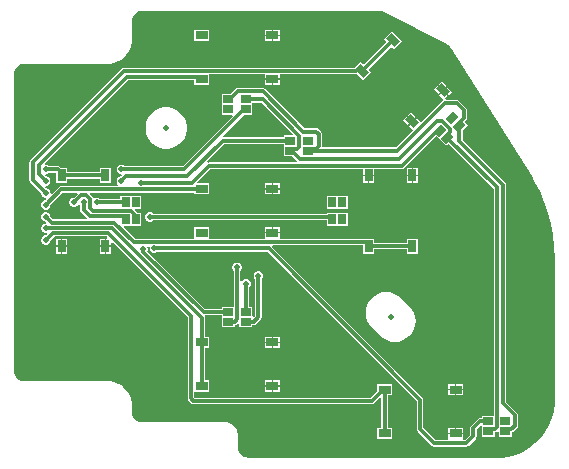
<source format=gtl>
G04*
G04 #@! TF.GenerationSoftware,Altium Limited,Altium Designer,24.4.1 (13)*
G04*
G04 Layer_Physical_Order=1*
G04 Layer_Color=255*
%FSLAX44Y44*%
%MOMM*%
G71*
G04*
G04 #@! TF.SameCoordinates,67352877-1681-4123-B6E6-81FFD263FBCE*
G04*
G04*
G04 #@! TF.FilePolarity,Positive*
G04*
G01*
G75*
%ADD12R,0.8500X0.6500*%
%ADD13R,1.0000X0.7000*%
%ADD14R,0.6500X0.8500*%
%ADD15R,0.7000X1.0000*%
G04:AMPARAMS|DCode=16|XSize=1mm|YSize=0.7mm|CornerRadius=0mm|HoleSize=0mm|Usage=FLASHONLY|Rotation=315.000|XOffset=0mm|YOffset=0mm|HoleType=Round|Shape=Rectangle|*
%AMROTATEDRECTD16*
4,1,4,-0.6010,0.1061,-0.1061,0.6010,0.6010,-0.1061,0.1061,-0.6010,-0.6010,0.1061,0.0*
%
%ADD16ROTATEDRECTD16*%

G04:AMPARAMS|DCode=17|XSize=0.65mm|YSize=0.85mm|CornerRadius=0mm|HoleSize=0mm|Usage=FLASHONLY|Rotation=315.000|XOffset=0mm|YOffset=0mm|HoleType=Round|Shape=Rectangle|*
%AMROTATEDRECTD17*
4,1,4,-0.5303,-0.0707,0.0707,0.5303,0.5303,0.0707,-0.0707,-0.5303,-0.5303,-0.0707,0.0*
%
%ADD17ROTATEDRECTD17*%

%ADD19C,0.3000*%
%ADD20C,0.5000*%
G36*
X-150000Y379235D02*
X-149398Y379235D01*
X-148204Y379078D01*
X-147041Y378769D01*
X-145928Y378310D01*
X-145406Y378011D01*
X-145359Y377995D01*
X-145320Y377965D01*
X-92409Y350900D01*
X-91932Y350625D01*
X-90976Y349892D01*
X-90122Y349041D01*
X-89387Y348086D01*
X-89085Y347565D01*
X-89058Y347535D01*
X-89043Y347497D01*
X-20642Y239581D01*
X-18220Y235386D01*
X-13899Y226623D01*
X-10159Y217596D01*
X-7019Y208344D01*
X-4490Y198906D01*
X-2584Y189323D01*
X-1308Y179635D01*
X-669Y169886D01*
X-669Y165200D01*
X-726Y164911D01*
X-726Y164711D01*
X-765Y164514D01*
X-765Y50000D01*
Y46773D01*
X-1608Y40375D01*
X-3278Y34141D01*
X-5747Y28179D01*
X-8973Y22590D01*
X-12902Y17470D01*
X-17464Y12907D01*
X-22584Y8978D01*
X-28172Y5750D01*
X-34134Y3280D01*
X-40367Y1609D01*
X-46766Y766D01*
X-50000Y765D01*
X-260000Y765D01*
X-260910D01*
X-262694Y1120D01*
X-264374Y1816D01*
X-265887Y2827D01*
X-267173Y4113D01*
X-268184Y5626D01*
X-268880Y7306D01*
X-269235Y9090D01*
X-269235Y20000D01*
X-269245Y20050D01*
X-269237Y20100D01*
X-269279Y20955D01*
X-269316Y21101D01*
X-269316Y21252D01*
X-269649Y22929D01*
X-269726Y23115D01*
X-269765Y23312D01*
X-270419Y24891D01*
X-270530Y25058D01*
X-270607Y25244D01*
X-271557Y26666D01*
X-271699Y26808D01*
X-271810Y26974D01*
X-273018Y28184D01*
X-273185Y28296D01*
X-273327Y28438D01*
X-274748Y29388D01*
X-274934Y29465D01*
X-275100Y29577D01*
X-276679Y30232D01*
X-276876Y30271D01*
X-277062Y30348D01*
X-278738Y30683D01*
X-278890Y30683D01*
X-279037Y30720D01*
X-279899Y30763D01*
X-279950Y30755D01*
X-280000Y30765D01*
X-350910D01*
X-352694Y31120D01*
X-354374Y31816D01*
X-355887Y32827D01*
X-357173Y34113D01*
X-358184Y35626D01*
X-358880Y37306D01*
X-359235Y39090D01*
Y45000D01*
X-359245Y45050D01*
X-359237Y45100D01*
X-359327Y46935D01*
X-359364Y47082D01*
Y47233D01*
X-360080Y50832D01*
X-360157Y51018D01*
X-360196Y51215D01*
X-361600Y54605D01*
X-361711Y54772D01*
X-361788Y54958D01*
X-363827Y58010D01*
X-363969Y58152D01*
X-364080Y58319D01*
X-366675Y60914D01*
X-366842Y61026D01*
X-366984Y61168D01*
X-370035Y63208D01*
X-370220Y63285D01*
X-370387Y63396D01*
X-373777Y64802D01*
X-373974Y64841D01*
X-374160Y64918D01*
X-377759Y65635D01*
X-377910Y65635D01*
X-378057Y65672D01*
X-379899Y65763D01*
X-379950Y65755D01*
X-380000Y65765D01*
X-450910D01*
X-452694Y66120D01*
X-454374Y66816D01*
X-455887Y67827D01*
X-457173Y69113D01*
X-458184Y70626D01*
X-458880Y72306D01*
X-459235Y74090D01*
Y75000D01*
Y325000D01*
Y325910D01*
X-458880Y327694D01*
X-458184Y329374D01*
X-457173Y330887D01*
X-455887Y332173D01*
X-454374Y333184D01*
X-452694Y333880D01*
X-450910Y334235D01*
X-450000D01*
X-380000Y334235D01*
X-379950Y334245D01*
X-379900Y334237D01*
X-378064Y334327D01*
X-377918Y334364D01*
X-377767D01*
X-374166Y335080D01*
X-373981Y335157D01*
X-373784Y335196D01*
X-370392Y336601D01*
X-370225Y336713D01*
X-370040Y336790D01*
X-366987Y338829D01*
X-366845Y338971D01*
X-366678Y339083D01*
X-364083Y341678D01*
X-363971Y341845D01*
X-363829Y341987D01*
X-361790Y345040D01*
X-361713Y345225D01*
X-361601Y345392D01*
X-360196Y348784D01*
X-360157Y348981D01*
X-360080Y349166D01*
X-359364Y352767D01*
Y352918D01*
X-359327Y353064D01*
X-359237Y354900D01*
X-359245Y354950D01*
X-359235Y355000D01*
Y370910D01*
X-358880Y372694D01*
X-358184Y374374D01*
X-357173Y375887D01*
X-355887Y377173D01*
X-354374Y378184D01*
X-352694Y378880D01*
X-350910Y379235D01*
X-350000D01*
X-150000Y379235D01*
D02*
G37*
%LPC*%
G36*
X-233730Y363270D02*
X-239365D01*
Y359135D01*
X-233730D01*
Y363270D01*
D02*
G37*
G36*
X-240635D02*
X-246270D01*
Y359135D01*
X-240635D01*
Y363270D01*
D02*
G37*
G36*
X-233730Y357865D02*
X-239365D01*
Y353730D01*
X-233730D01*
Y357865D01*
D02*
G37*
G36*
X-240635D02*
X-246270D01*
Y353730D01*
X-240635D01*
Y357865D01*
D02*
G37*
G36*
X-293730Y363270D02*
X-306270D01*
Y353730D01*
X-293730D01*
Y363270D01*
D02*
G37*
G36*
X-139192Y362101D02*
X-145938Y355355D01*
X-143502Y352919D01*
X-162919Y333502D01*
X-165355Y335938D01*
X-169949Y331344D01*
X-170181Y331189D01*
X-170181Y331189D01*
X-170414Y330956D01*
X-365868D01*
X-365868Y330956D01*
X-366949Y330741D01*
X-367865Y330129D01*
X-444997Y252997D01*
X-445609Y252081D01*
X-445824Y251000D01*
X-445824Y251000D01*
Y236000D01*
X-445824Y236000D01*
X-445609Y234919D01*
X-444997Y234003D01*
X-436000Y225006D01*
Y224204D01*
X-435391Y222734D01*
X-434266Y221609D01*
X-432796Y221000D01*
X-432030D01*
X-431524Y219841D01*
X-432193Y219000D01*
X-432796D01*
X-434266Y218391D01*
X-435391Y217266D01*
X-436000Y215796D01*
Y214204D01*
X-435391Y212734D01*
X-434266Y211609D01*
X-432796Y211000D01*
X-431204D01*
X-429734Y211609D01*
X-428609Y212734D01*
X-428000Y214204D01*
Y215006D01*
X-417830Y225176D01*
X-405594D01*
X-405067Y223906D01*
X-407973Y221000D01*
X-408796D01*
X-410266Y220391D01*
X-411391Y219266D01*
X-412000Y217796D01*
Y216204D01*
X-411391Y214734D01*
X-410266Y213609D01*
X-408796Y213000D01*
X-407204D01*
X-405734Y213609D01*
X-404720Y214623D01*
X-404000Y214683D01*
X-403280Y214623D01*
X-402824Y214167D01*
Y211000D01*
X-402824Y211000D01*
X-402609Y209919D01*
X-401997Y209003D01*
X-397088Y204094D01*
X-397615Y202824D01*
X-425830D01*
X-428000Y204994D01*
Y205796D01*
X-428609Y207266D01*
X-429734Y208391D01*
X-431204Y209000D01*
X-432796D01*
X-434266Y208391D01*
X-435391Y207266D01*
X-436000Y205796D01*
Y204204D01*
X-435391Y202734D01*
X-434266Y201609D01*
X-432796Y201000D01*
X-432193D01*
X-431524Y200159D01*
X-432030Y199000D01*
X-432796D01*
X-434266Y198391D01*
X-435391Y197266D01*
X-436000Y195796D01*
Y194204D01*
X-435391Y192734D01*
X-434266Y191609D01*
X-432796Y191000D01*
X-431249D01*
X-431131Y190873D01*
X-430561Y189892D01*
X-431453Y189000D01*
X-432796D01*
X-434266Y188391D01*
X-435391Y187266D01*
X-436000Y185796D01*
Y184204D01*
X-435391Y182734D01*
X-434266Y181609D01*
X-432796Y181000D01*
X-431204D01*
X-429734Y181609D01*
X-428609Y182734D01*
X-428000Y184204D01*
Y184465D01*
X-424289Y188176D01*
X-380364D01*
X-379825Y187499D01*
X-380369Y186270D01*
X-380865D01*
Y180635D01*
X-376730D01*
Y183076D01*
X-375557Y183563D01*
X-311824Y119830D01*
Y51000D01*
X-311824Y51000D01*
X-311609Y49919D01*
X-310997Y49003D01*
X-308997Y47003D01*
X-308997Y47003D01*
X-308081Y46391D01*
X-307000Y46176D01*
X-156000D01*
X-156000Y46176D01*
X-154919Y46391D01*
X-154003Y47003D01*
X-148998Y52008D01*
X-147824Y51522D01*
Y26270D01*
X-151270D01*
Y16730D01*
X-138730D01*
Y26270D01*
X-142176D01*
Y53730D01*
X-138730D01*
Y63270D01*
X-151270D01*
Y57724D01*
X-157170Y51824D01*
X-305830D01*
X-306176Y52170D01*
Y56730D01*
X-293730D01*
Y66270D01*
X-297176D01*
Y93730D01*
X-293730D01*
Y103270D01*
X-297176D01*
Y119000D01*
X-297176Y119000D01*
X-297391Y120081D01*
X-297441Y120156D01*
X-296762Y121426D01*
X-282770D01*
Y111230D01*
X-271730D01*
Y113229D01*
X-270919Y113391D01*
X-270003Y114003D01*
X-269443Y114563D01*
X-268270Y114076D01*
Y111230D01*
X-257230D01*
Y113176D01*
X-256000D01*
X-256000Y113176D01*
X-254919Y113391D01*
X-254003Y114003D01*
X-250003Y118003D01*
X-250003Y118003D01*
X-249391Y118919D01*
X-249176Y120000D01*
Y152167D01*
X-248609Y152734D01*
X-248000Y154204D01*
Y155796D01*
X-248609Y157266D01*
X-249734Y158391D01*
X-251204Y159000D01*
X-252796D01*
X-254266Y158391D01*
X-255391Y157266D01*
X-256000Y155796D01*
Y154204D01*
X-255391Y152734D01*
X-254824Y152167D01*
Y121170D01*
X-255960Y120034D01*
X-257230Y120560D01*
Y128770D01*
X-259676D01*
Y145168D01*
X-259109Y145734D01*
X-258500Y147204D01*
Y148796D01*
X-259109Y150266D01*
X-260234Y151391D01*
X-261704Y152000D01*
X-263296D01*
X-264766Y151391D01*
X-265891Y150266D01*
X-265906Y150230D01*
X-267176Y150483D01*
Y159167D01*
X-266609Y159734D01*
X-266000Y161204D01*
Y162796D01*
X-266609Y164266D01*
X-267734Y165391D01*
X-269204Y166000D01*
X-270796D01*
X-272266Y165391D01*
X-273391Y164266D01*
X-274000Y162796D01*
Y161204D01*
X-273391Y159734D01*
X-272824Y159167D01*
Y128770D01*
X-282770D01*
Y127074D01*
X-297080D01*
X-345937Y175932D01*
X-345617Y176704D01*
Y178296D01*
X-345926Y179040D01*
X-345238Y180226D01*
X-344557Y180256D01*
X-343833Y179200D01*
X-344000Y178796D01*
Y177204D01*
X-343391Y175734D01*
X-342266Y174609D01*
X-340796Y174000D01*
X-339204D01*
X-337734Y174609D01*
X-337167Y175176D01*
X-244170D01*
X-117824Y48830D01*
Y25000D01*
X-117824Y25000D01*
X-117609Y23919D01*
X-116997Y23003D01*
X-104997Y11003D01*
X-104997Y11003D01*
X-104081Y10391D01*
X-103000Y10176D01*
X-76000D01*
X-76000Y10176D01*
X-74919Y10391D01*
X-74003Y11003D01*
X-68003Y17003D01*
X-68003Y17003D01*
X-67391Y17919D01*
X-67176Y19000D01*
X-67176Y19000D01*
Y24830D01*
X-64040Y27966D01*
X-62770Y27440D01*
Y18730D01*
X-51730D01*
Y22229D01*
X-50919Y22391D01*
X-50003Y23003D01*
X-49443Y23563D01*
X-48270Y23077D01*
Y18730D01*
X-37230D01*
Y22345D01*
X-37002Y22391D01*
X-36086Y23003D01*
X-33003Y26086D01*
X-33003Y26086D01*
X-32391Y27002D01*
X-32176Y28083D01*
Y37000D01*
X-32391Y38081D01*
X-33003Y38997D01*
X-33003Y38997D01*
X-42176Y48170D01*
Y232000D01*
X-42176Y232000D01*
X-42391Y233081D01*
X-43003Y233997D01*
X-79044Y270038D01*
Y278553D01*
X-74769Y282828D01*
X-77205Y285265D01*
X-76003Y286467D01*
X-76003Y286467D01*
X-75391Y287384D01*
X-75176Y288465D01*
X-75176Y288465D01*
Y295000D01*
X-75176Y295000D01*
X-75391Y296081D01*
X-76003Y296997D01*
X-82003Y302997D01*
X-82919Y303609D01*
X-84000Y303824D01*
X-84000Y303824D01*
X-93086D01*
X-93612Y305094D01*
X-91721Y306986D01*
X-95705Y310970D01*
X-98629Y308046D01*
X-95394Y304811D01*
X-95355Y304662D01*
X-95625Y303246D01*
X-95997Y302997D01*
X-114206Y284788D01*
X-118047Y288629D01*
X-121419Y285256D01*
X-124792Y281884D01*
X-120951Y278043D01*
X-135420Y263574D01*
X-197210D01*
X-198207Y264844D01*
X-198176Y265000D01*
X-198176Y265000D01*
Y275000D01*
X-198391Y276081D01*
X-199003Y276997D01*
X-199003Y276997D01*
X-201003Y278997D01*
X-201919Y279609D01*
X-203000Y279824D01*
X-203000Y279824D01*
X-212830D01*
X-246003Y312997D01*
X-246919Y313609D01*
X-248000Y313824D01*
X-248000Y313824D01*
X-269500D01*
X-269500Y313824D01*
X-270581Y313609D01*
X-271497Y312997D01*
X-275724Y308770D01*
X-282770D01*
Y299730D01*
Y291230D01*
X-273923D01*
X-273438Y290057D01*
X-315670Y247824D01*
X-365167D01*
X-365734Y248391D01*
X-367204Y249000D01*
X-368796D01*
X-370266Y248391D01*
X-371391Y247266D01*
X-372000Y245796D01*
Y244204D01*
X-371391Y242734D01*
X-370266Y241609D01*
X-368796Y241000D01*
X-368030D01*
X-367524Y239840D01*
X-368194Y239000D01*
X-368796D01*
X-370266Y238391D01*
X-371391Y237266D01*
X-372000Y235796D01*
Y234204D01*
X-371391Y232734D01*
X-370751Y232094D01*
X-371277Y230824D01*
X-419000D01*
X-420081Y230609D01*
X-420997Y229997D01*
X-420997Y229997D01*
X-426730Y224264D01*
X-428000Y224790D01*
Y225796D01*
X-428609Y227266D01*
X-429734Y228391D01*
X-431204Y229000D01*
X-431806D01*
X-432477Y229841D01*
X-431970Y231000D01*
X-431204D01*
X-429734Y231609D01*
X-428609Y232734D01*
X-428000Y234204D01*
Y235796D01*
X-428609Y237266D01*
X-429734Y238391D01*
X-431204Y239000D01*
X-431806D01*
X-432476Y239840D01*
X-431970Y241000D01*
X-431204D01*
X-429734Y241609D01*
X-429167Y242176D01*
X-423270D01*
Y233730D01*
X-413730D01*
Y237176D01*
X-386270D01*
Y233730D01*
X-376730D01*
Y246270D01*
X-386270D01*
Y242824D01*
X-413730D01*
Y246270D01*
X-419276D01*
X-420003Y246997D01*
X-420919Y247609D01*
X-422000Y247824D01*
X-422000Y247824D01*
X-429167D01*
X-429734Y248391D01*
X-431204Y249000D01*
X-432210D01*
X-432736Y250270D01*
X-362330Y320676D01*
X-306270D01*
Y316730D01*
X-293730D01*
Y325308D01*
X-246270D01*
Y322135D01*
X-233730D01*
Y325308D01*
X-169245D01*
X-169244Y325307D01*
X-168387Y325478D01*
X-163234Y320325D01*
X-156488Y327071D01*
X-158925Y329507D01*
X-139508Y348925D01*
X-137071Y346488D01*
X-130325Y353234D01*
X-139192Y362101D01*
D02*
G37*
G36*
X-233730Y320865D02*
X-239365D01*
Y316730D01*
X-233730D01*
Y320865D01*
D02*
G37*
G36*
X-240635D02*
X-246270D01*
Y316730D01*
X-240635D01*
Y320865D01*
D02*
G37*
G36*
X-96766Y319675D02*
X-99690Y316751D01*
X-95705Y312766D01*
X-92781Y315690D01*
X-96766Y319675D01*
D02*
G37*
G36*
X-100588Y315853D02*
X-103512Y312929D01*
X-99527Y308944D01*
X-96603Y311868D01*
X-100588Y315853D01*
D02*
G37*
G36*
X-91883Y314792D02*
X-94807Y311868D01*
X-90823Y307884D01*
X-87899Y310808D01*
X-91883Y314792D01*
D02*
G37*
G36*
X-122929Y293512D02*
X-125853Y290588D01*
X-121868Y286603D01*
X-118945Y289527D01*
X-122929Y293512D01*
D02*
G37*
G36*
X-126751Y289690D02*
X-129675Y286766D01*
X-125690Y282782D01*
X-122767Y285705D01*
X-126751Y289690D01*
D02*
G37*
G36*
X-328276Y297500D02*
X-331724D01*
X-335105Y296828D01*
X-338289Y295508D01*
X-341156Y293593D01*
X-343593Y291156D01*
X-345508Y288289D01*
X-346828Y285105D01*
X-347500Y281724D01*
Y278276D01*
X-346828Y274895D01*
X-345508Y271711D01*
X-343593Y268844D01*
X-341156Y266407D01*
X-338289Y264492D01*
X-335105Y263172D01*
X-331724Y262500D01*
X-328276D01*
X-324895Y263172D01*
X-321711Y264492D01*
X-318844Y266407D01*
X-316407Y268844D01*
X-314492Y271711D01*
X-313172Y274895D01*
X-312500Y278276D01*
Y281724D01*
X-313172Y285105D01*
X-314492Y288289D01*
X-316407Y291156D01*
X-318844Y293593D01*
X-321711Y295508D01*
X-324895Y296828D01*
X-328276Y297500D01*
D02*
G37*
G36*
X-413730Y186270D02*
X-417865D01*
Y180635D01*
X-413730D01*
Y186270D01*
D02*
G37*
G36*
X-419135D02*
X-423270D01*
Y180635D01*
X-419135D01*
Y186270D01*
D02*
G37*
G36*
X-382135D02*
X-386270D01*
Y180635D01*
X-382135D01*
Y186270D01*
D02*
G37*
G36*
X-376730Y179365D02*
X-380865D01*
Y173730D01*
X-376730D01*
Y179365D01*
D02*
G37*
G36*
X-382135D02*
X-386270D01*
Y173730D01*
X-382135D01*
Y179365D01*
D02*
G37*
G36*
X-413730Y179365D02*
X-417865D01*
Y173730D01*
X-413730D01*
Y179365D01*
D02*
G37*
G36*
X-419135D02*
X-423270D01*
Y173730D01*
X-419135D01*
Y179365D01*
D02*
G37*
G36*
X-233730Y103270D02*
X-239365D01*
Y99135D01*
X-233730D01*
Y103270D01*
D02*
G37*
G36*
X-240635D02*
X-246270D01*
Y99135D01*
X-240635D01*
Y103270D01*
D02*
G37*
G36*
X-233730Y97865D02*
X-239365D01*
Y93730D01*
X-233730D01*
Y97865D01*
D02*
G37*
G36*
X-240635D02*
X-246270D01*
Y93730D01*
X-240635D01*
Y97865D01*
D02*
G37*
G36*
X-233730Y66270D02*
X-239365D01*
Y62135D01*
X-233730D01*
Y66270D01*
D02*
G37*
G36*
X-240635D02*
X-246270D01*
Y62135D01*
X-240635D01*
Y66270D01*
D02*
G37*
G36*
X-233730Y60865D02*
X-239365D01*
Y56730D01*
X-233730D01*
Y60865D01*
D02*
G37*
G36*
X-240635D02*
X-246270D01*
Y56730D01*
X-240635D01*
Y60865D01*
D02*
G37*
%LPD*%
G36*
X-223020Y274943D02*
X-223506Y273770D01*
X-230270D01*
Y272074D01*
X-281635D01*
X-281857Y272339D01*
X-282233Y273273D01*
X-264276Y291230D01*
X-257230D01*
Y301426D01*
X-249503D01*
X-223020Y274943D01*
D02*
G37*
G36*
X-230270Y256230D02*
X-223224D01*
X-219088Y252094D01*
X-219089Y252055D01*
X-219478Y250824D01*
X-294000D01*
X-294481Y250729D01*
X-295107Y251899D01*
X-280580Y266426D01*
X-230270D01*
Y256230D01*
D02*
G37*
G36*
X-99221Y271161D02*
X-99221Y271161D01*
X-92828Y264769D01*
X-90922Y266675D01*
X-52824Y228577D01*
Y36270D01*
X-62770D01*
Y34574D01*
X-64250D01*
X-65331Y34359D01*
X-66247Y33747D01*
X-66247Y33747D01*
X-71997Y27997D01*
X-72609Y27081D01*
X-72824Y26000D01*
X-72824Y26000D01*
Y20170D01*
X-76754Y16241D01*
X-78264Y16250D01*
X-78730Y16730D01*
X-78730Y17094D01*
Y20865D01*
X-91270D01*
Y17094D01*
X-91270Y16730D01*
X-92149Y15824D01*
X-101830D01*
X-112176Y26170D01*
Y50000D01*
X-112391Y51081D01*
X-113003Y51997D01*
X-113003Y51997D01*
X-240412Y179406D01*
X-239886Y180676D01*
X-163270D01*
Y173730D01*
X-153730D01*
Y177176D01*
X-126270D01*
Y173730D01*
X-116730D01*
Y186270D01*
X-126270D01*
Y182824D01*
X-153730D01*
Y186270D01*
X-160227D01*
X-160500Y186324D01*
X-160500Y186324D01*
X-232628D01*
X-233730Y186730D01*
X-233730Y187594D01*
Y190865D01*
X-246270D01*
X-246270Y186730D01*
X-247372Y186324D01*
X-292628D01*
X-293730Y186730D01*
X-293730Y187594D01*
Y196270D01*
X-306270D01*
X-306270Y186730D01*
X-307372Y186324D01*
X-356330D01*
X-366063Y196057D01*
X-365577Y197230D01*
X-351230D01*
Y208270D01*
X-354845D01*
X-354891Y208498D01*
X-355503Y209415D01*
X-355503Y209415D01*
X-356645Y210557D01*
X-356159Y211730D01*
X-351230D01*
Y222770D01*
X-368770D01*
Y219949D01*
X-386292D01*
X-386734Y220391D01*
X-388204Y221000D01*
X-389796D01*
X-390612Y220662D01*
X-391543Y220603D01*
X-392284Y221169D01*
X-392503Y221497D01*
X-392503Y221497D01*
X-394912Y223906D01*
X-394385Y225176D01*
X-306270D01*
Y223730D01*
X-293730D01*
Y233270D01*
X-303076D01*
X-303563Y234443D01*
X-292830Y245176D01*
X-163270D01*
Y240635D01*
X-158499D01*
X-153730D01*
Y245176D01*
X-130485D01*
X-130485Y245176D01*
X-129404Y245391D01*
X-128488Y246003D01*
X-101275Y273216D01*
X-99221Y271161D01*
D02*
G37*
%LPC*%
G36*
X-116730Y246270D02*
X-120865D01*
Y240635D01*
X-116730D01*
Y246270D01*
D02*
G37*
G36*
X-122135D02*
X-126270D01*
Y240635D01*
X-122135D01*
Y246270D01*
D02*
G37*
G36*
X-116730Y239365D02*
X-120865D01*
Y233730D01*
X-116730D01*
Y239365D01*
D02*
G37*
G36*
X-122135D02*
X-126270D01*
Y233730D01*
X-122135D01*
Y239365D01*
D02*
G37*
G36*
X-153730Y239365D02*
X-157864D01*
Y233730D01*
X-153730D01*
Y239365D01*
D02*
G37*
G36*
X-159134D02*
X-163270D01*
Y233730D01*
X-159134D01*
Y239365D01*
D02*
G37*
G36*
X-233730Y233270D02*
X-239365D01*
Y229135D01*
X-233730D01*
Y233270D01*
D02*
G37*
G36*
X-240635D02*
X-246270D01*
Y229135D01*
X-240635D01*
Y233270D01*
D02*
G37*
G36*
X-233730Y227865D02*
X-239365D01*
Y223730D01*
X-233730D01*
Y227865D01*
D02*
G37*
G36*
X-240635D02*
X-246270D01*
Y223730D01*
X-240635D01*
Y227865D01*
D02*
G37*
G36*
X-176230Y222770D02*
X-193770D01*
Y211730D01*
X-176230D01*
Y222770D01*
D02*
G37*
G36*
X-342822Y208617D02*
X-344413D01*
X-345883Y208008D01*
X-347008Y206883D01*
X-347617Y205413D01*
Y203822D01*
X-347008Y202351D01*
X-345883Y201226D01*
X-344413Y200617D01*
X-342822D01*
X-341352Y201226D01*
X-340785Y201793D01*
X-193770D01*
Y197230D01*
X-176230D01*
Y208270D01*
X-193770D01*
Y207442D01*
X-340785D01*
X-341352Y208008D01*
X-342822Y208617D01*
D02*
G37*
G36*
X-233730Y196270D02*
X-239365D01*
Y192135D01*
X-233730D01*
Y196270D01*
D02*
G37*
G36*
X-240635D02*
X-246270D01*
Y192135D01*
X-240635D01*
Y196270D01*
D02*
G37*
G36*
X-143535Y141120D02*
X-146966Y140782D01*
X-150265Y139782D01*
X-153305Y138157D01*
X-155970Y135970D01*
X-158157Y133305D01*
X-159782Y130265D01*
X-160782Y126966D01*
X-161120Y123535D01*
X-160782Y120105D01*
X-159782Y116806D01*
X-158157Y113766D01*
X-155970Y111101D01*
X-148899Y104030D01*
X-146234Y101843D01*
X-143194Y100218D01*
X-139895Y99218D01*
X-136465Y98880D01*
X-133034Y99218D01*
X-129735Y100218D01*
X-126695Y101843D01*
X-124030Y104030D01*
X-121843Y106695D01*
X-120218Y109735D01*
X-119218Y113034D01*
X-118880Y116465D01*
X-119218Y119895D01*
X-120218Y123194D01*
X-121843Y126234D01*
X-124030Y128899D01*
X-131101Y135970D01*
X-133766Y138157D01*
X-136806Y139782D01*
X-140105Y140782D01*
X-143535Y141120D01*
D02*
G37*
G36*
X-78730Y63270D02*
X-84365D01*
Y59135D01*
X-78730D01*
Y63270D01*
D02*
G37*
G36*
X-85635D02*
X-91270D01*
Y59135D01*
X-85635D01*
Y63270D01*
D02*
G37*
G36*
X-78730Y57865D02*
X-84365D01*
Y53730D01*
X-78730D01*
Y57865D01*
D02*
G37*
G36*
X-85635D02*
X-91270D01*
Y53730D01*
X-85635D01*
Y57865D01*
D02*
G37*
G36*
X-78730Y26270D02*
X-84365D01*
Y22135D01*
X-78730D01*
Y26270D01*
D02*
G37*
G36*
X-85635D02*
X-91270D01*
Y22135D01*
X-85635D01*
Y26270D01*
D02*
G37*
%LPD*%
D12*
X-277250Y115750D02*
D03*
Y124250D02*
D03*
X-262750Y115750D02*
D03*
Y124250D02*
D03*
X-57250Y23250D02*
D03*
Y31750D02*
D03*
X-42750Y23250D02*
D03*
Y31750D02*
D03*
X-210250Y269250D02*
D03*
Y260750D02*
D03*
X-224750Y269250D02*
D03*
Y260750D02*
D03*
X-277250Y295750D02*
D03*
Y304250D02*
D03*
X-262750Y295750D02*
D03*
Y304250D02*
D03*
D13*
X-240000Y61500D02*
D03*
X-300000D02*
D03*
X-240000Y98500D02*
D03*
X-300000D02*
D03*
X-85000Y21500D02*
D03*
X-145000D02*
D03*
X-85000Y58500D02*
D03*
X-145000D02*
D03*
X-240000Y191500D02*
D03*
X-300000D02*
D03*
X-240000Y228500D02*
D03*
X-300000D02*
D03*
X-240000Y321500D02*
D03*
X-300000D02*
D03*
X-240000Y358500D02*
D03*
X-300000D02*
D03*
D14*
X-180750Y202750D02*
D03*
X-189250D02*
D03*
X-180750Y217250D02*
D03*
X-189250D02*
D03*
X-355750Y202750D02*
D03*
X-364250D02*
D03*
X-355750Y217250D02*
D03*
X-364250D02*
D03*
D15*
X-121500Y240000D02*
D03*
Y180000D02*
D03*
X-158500Y240000D02*
D03*
Y180000D02*
D03*
X-418500D02*
D03*
Y240000D02*
D03*
X-381500Y180000D02*
D03*
Y240000D02*
D03*
D16*
X-121868Y285705D02*
D03*
X-164295Y328132D02*
D03*
X-95705Y311868D02*
D03*
X-138132Y354295D02*
D03*
D17*
X-87879Y288132D02*
D03*
X-81868Y282121D02*
D03*
X-98132Y277879D02*
D03*
X-92121Y271868D02*
D03*
D19*
X-418500Y240000D02*
X-381500D01*
X-300250Y228250D02*
X-300000Y228500D01*
X-300500Y228000D02*
X-300250Y228250D01*
X-419000Y228000D02*
X-300500D01*
X-408000Y217000D02*
X-407979D01*
X-401979Y223000D02*
X-398000D01*
X-407979Y217000D02*
X-401979Y223000D01*
X-398000D02*
X-394500Y219500D01*
X-400000Y211000D02*
Y217000D01*
X-394500Y212500D02*
Y219500D01*
Y212500D02*
X-392000Y210000D01*
X-389000Y217000D02*
X-388875Y217125D01*
X-392000Y210000D02*
X-360083D01*
X-357500Y204500D02*
X-355750Y202750D01*
X-357500Y204500D02*
Y207417D01*
X-360083Y210000D02*
X-357500Y207417D01*
X-388875Y217125D02*
X-364375D01*
X-364250Y217250D01*
X-394500Y205500D02*
X-366000D01*
X-400000Y211000D02*
X-394500Y205500D01*
X-364250Y202750D02*
Y203750D01*
X-366000Y205500D02*
X-364250Y203750D01*
X-374000Y200000D02*
X-357500Y183500D01*
X-427000Y200000D02*
X-374000D01*
X-432000Y205000D02*
X-427000Y200000D01*
X-431730Y195270D02*
X-376270D01*
X-431459Y185000D02*
X-425459Y191000D01*
X-379000D02*
X-309000Y121000D01*
X-425459Y191000D02*
X-379000D01*
X-376270Y195270D02*
X-300000Y119000D01*
X-432000Y185000D02*
X-431459D01*
X-432000Y195000D02*
X-431730Y195270D01*
X-262500Y124500D02*
Y148000D01*
X-262750Y124250D02*
X-262500Y124500D01*
X-262500Y116000D02*
X-256000D01*
X-262750Y115750D02*
X-262500Y116000D01*
X-252000Y120000D02*
Y155000D01*
X-256000Y116000D02*
X-252000Y120000D01*
X-277000Y116000D02*
X-272000D01*
X-277250Y115750D02*
X-277000Y116000D01*
X-270000Y118000D02*
Y162000D01*
X-272000Y116000D02*
X-270000Y118000D01*
X-45000Y47000D02*
Y232000D01*
X-81868Y268868D02*
Y282121D01*
Y268868D02*
X-45000Y232000D01*
X-50000Y27000D02*
Y229747D01*
X-92121Y271868D02*
X-50000Y229747D01*
X-45000Y47000D02*
X-35000Y37000D01*
Y28083D02*
Y37000D01*
X-42750Y23250D02*
X-41000Y25000D01*
X-38083D01*
X-35000Y28083D01*
X-57250Y23250D02*
X-55500Y25000D01*
X-52000D01*
X-50000Y27000D01*
X-223750Y260750D02*
X-217082Y254082D01*
X-132918D02*
X-101048Y285952D01*
X-217082Y254082D02*
X-132918D01*
X-308500Y233500D02*
X-294000Y248000D01*
X-130485D01*
X-100607Y277879D01*
X-98132D01*
X-96277Y285952D02*
X-89637Y279312D01*
X-92121Y274343D02*
X-89637Y276827D01*
Y279312D01*
X-101048Y285952D02*
X-96277D01*
X-92121Y271868D02*
Y274343D01*
X-210250Y260750D02*
X-134250D01*
X-94000Y301000D01*
X-224750Y260750D02*
X-223750D01*
X-81868Y284596D02*
X-78000Y288465D01*
Y295000D01*
X-81868Y282121D02*
Y284596D01*
X-84000Y301000D02*
X-78000Y295000D01*
X-94000Y301000D02*
X-84000D01*
X-203000Y277000D02*
X-201000Y275000D01*
X-248000Y311000D02*
X-214000Y277000D01*
X-203000D01*
X-248333Y304250D02*
X-217270Y273187D01*
Y264257D02*
Y273187D01*
X-223000Y262500D02*
X-219027D01*
X-217270Y264257D01*
X-203500Y262500D02*
X-201000Y265000D01*
X-210250Y260750D02*
X-208500Y262500D01*
X-203500D01*
X-201000Y265000D02*
Y275000D01*
X-277250Y304250D02*
X-276250D01*
X-269500Y311000D01*
X-248000D01*
X-224750Y260750D02*
X-223000Y262500D01*
X-262750Y304250D02*
X-248333D01*
X-349235Y175235D02*
Y177117D01*
Y175235D02*
X-298250Y124250D01*
X-349617Y177500D02*
X-349235Y177117D01*
X-340000Y178000D02*
X-243000D01*
X-115000Y50000D01*
X-160500Y183500D02*
X-158500Y181500D01*
X-357500Y183500D02*
X-160500D01*
X-158500Y180000D02*
Y181500D01*
X-300000Y98500D02*
Y119000D01*
X-115000Y25000D02*
Y50000D01*
Y25000D02*
X-103000Y13000D01*
X-76000D01*
X-64250Y31750D02*
X-57250D01*
X-70000Y19000D02*
Y26000D01*
X-64250Y31750D01*
X-76000Y13000D02*
X-70000Y19000D01*
X-298250Y124250D02*
X-277250D01*
X-300000Y61500D02*
Y98500D01*
X-309000Y51000D02*
Y121000D01*
Y51000D02*
X-307000Y49000D01*
X-156000D01*
X-146500Y58500D01*
X-145000Y21500D02*
Y58500D01*
X-146500D02*
X-145000D01*
X-158500Y180000D02*
X-121500D01*
X-189250Y202750D02*
Y202867D01*
X-191000Y204617D02*
X-189250Y202867D01*
X-343617Y204617D02*
X-191000D01*
X-351000Y233500D02*
X-308500D01*
X-312000Y239000D02*
X-281750Y269250D01*
X-364000Y239000D02*
X-312000D01*
X-281750Y269250D02*
X-224750D01*
X-368000Y235000D02*
X-364000Y239000D01*
X-432000Y215000D02*
X-419000Y228000D01*
X-314500Y245000D02*
X-263750Y295750D01*
X-368000Y245000D02*
X-314500D01*
X-263750Y295750D02*
X-262750D01*
X-138132Y354295D02*
Y354295D01*
X-164295Y328132D02*
X-138132Y354295D01*
X-165355Y329192D02*
X-164295Y328132D01*
X-168184Y329192D02*
X-165355D01*
X-169244Y328132D02*
X-168184Y329192D01*
X-443000Y251000D02*
X-365868Y328132D01*
X-169244D01*
X-438000Y249000D02*
X-363500Y323500D01*
X-302000D01*
X-300000Y321500D01*
X-443000Y236000D02*
X-432000Y225000D01*
X-443000Y236000D02*
Y251000D01*
X-438000Y241000D02*
Y249000D01*
X-432000Y245000D02*
X-422000D01*
X-438000Y241000D02*
X-432000Y235000D01*
X-422000Y245000D02*
X-418500Y241500D01*
Y240000D02*
Y241500D01*
D20*
X-140000Y120000D02*
D03*
X-330000Y280000D02*
D03*
X-35002Y59998D02*
D03*
X-80002Y149998D02*
D03*
X-65002Y119998D02*
D03*
X-95002Y179998D02*
D03*
Y119998D02*
D03*
X-155002Y59998D02*
D03*
X-185002D02*
D03*
X-432000Y235000D02*
D03*
Y225000D02*
D03*
Y215000D02*
D03*
Y205000D02*
D03*
Y195000D02*
D03*
Y185000D02*
D03*
Y245000D02*
D03*
X-300000Y321500D02*
D03*
Y358500D02*
D03*
X-368000Y245000D02*
D03*
Y235000D02*
D03*
X-355750Y217250D02*
D03*
X-351000Y233500D02*
D03*
X-343617Y204617D02*
D03*
X-349617Y177500D02*
D03*
X-340000Y178000D02*
D03*
X-210250Y269250D02*
D03*
X-277250Y295750D02*
D03*
X-87879Y288132D02*
D03*
X-42750Y31750D02*
D03*
X-224750Y260750D02*
D03*
X-210250D02*
D03*
X-189250Y217250D02*
D03*
X-180750D02*
D03*
Y202750D02*
D03*
X-270000Y162000D02*
D03*
X-252000Y155000D02*
D03*
X-262500Y148000D02*
D03*
X-389000Y217000D02*
D03*
X-400000D02*
D03*
X-408000D02*
D03*
X-300000Y191500D02*
D03*
X-300250Y228250D02*
D03*
X-440002Y89998D02*
D03*
X-425002Y299998D02*
D03*
X-440002Y329998D02*
D03*
X-410002Y89998D02*
D03*
Y329998D02*
D03*
X-380002Y89998D02*
D03*
X-365002Y119998D02*
D03*
X-244000Y258000D02*
D03*
X-243000Y283000D02*
D03*
X-399000Y164000D02*
D03*
X-365002Y299998D02*
D03*
X-380002Y329998D02*
D03*
X-335002Y59998D02*
D03*
X-350002Y89998D02*
D03*
X-335002Y119998D02*
D03*
X-350002Y269998D02*
D03*
X-335002Y299998D02*
D03*
Y359998D02*
D03*
X-320002Y89998D02*
D03*
X-305002Y299998D02*
D03*
X-290002Y89998D02*
D03*
X-200002Y29998D02*
D03*
Y89998D02*
D03*
Y149998D02*
D03*
X-185002Y299998D02*
D03*
Y359998D02*
D03*
X-170002Y29998D02*
D03*
Y89998D02*
D03*
Y149998D02*
D03*
X-155002Y359998D02*
D03*
X-140002Y89998D02*
D03*
Y149998D02*
D03*
Y329998D02*
D03*
X-125002Y359998D02*
D03*
X-110002Y89998D02*
D03*
Y149998D02*
D03*
X-65002Y179998D02*
D03*
X-80002Y209998D02*
D03*
X-35002Y119998D02*
D03*
Y179998D02*
D03*
Y239998D02*
D03*
X-50002Y269998D02*
D03*
X-20002Y29998D02*
D03*
X-5002Y59998D02*
D03*
X-20002Y89998D02*
D03*
X-5002Y119998D02*
D03*
X-20002Y149998D02*
D03*
X-5002Y179998D02*
D03*
X-20002Y209998D02*
D03*
X-275000Y258000D02*
D03*
M02*

</source>
